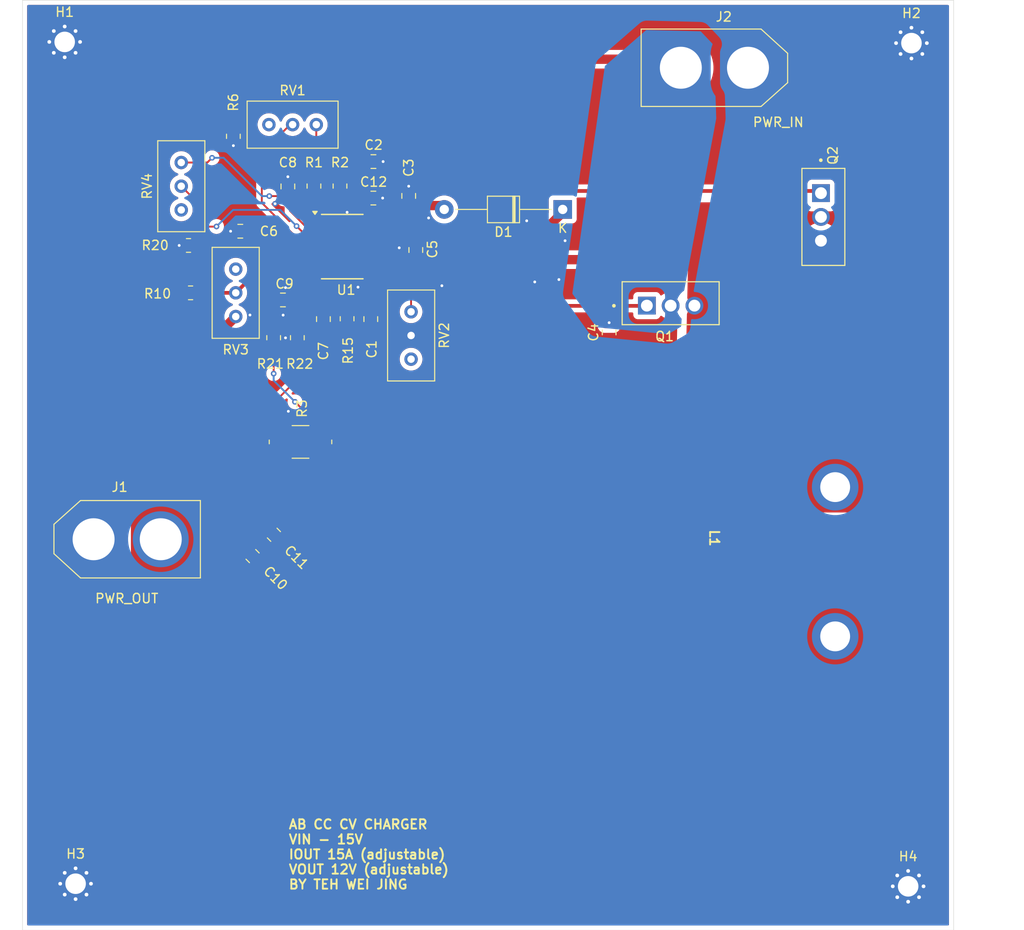
<source format=kicad_pcb>
(kicad_pcb (version 20241229) (generator "pcbnew") (generator_version "9.0")
  (layers (0 "F.Cu" signal) (2 "B.Cu" signal) (13 "F.Paste" user) (15 "B.Paste" user) (5 "F.SilkS" user "F.Silkscreen") (7 "B.SilkS" user "B.Silkscreen") (1 "F.Mask" user) (3 "B.Mask" user) (25 "Edge.Cuts" user))
  (net 0 "")
  (net 1 "Net-(D1-A)")
  (net 2 "/CBOOT")
  (net 3 "GND")
  (net 4 "Net-(J1-Pin_2)")
  (net 5 "+15V")
  (net 6 "Net-(L1-Pad2)")
  (net 7 "/SW")
  (net 8 "/HG")
  (net 9 "/LG")
  (net 10 "Net-(U1-EN{slash}UVLO)")
  (net 11 "/SENSE-")
  (net 12 "/FB")
  (net 13 "/V_REF")
  (net 14 "/V_CTRL1")
  (net 15 "/RT")
  (net 16 "Net-(U1-SS)")
  (net 17 "/V_CTRL2")
  (net 18 "Net-(U1-VC)")
  (net 19 "/SENSE+")
  (net 20 "Net-(C7-Pad2)")
  (net 21 "Net-(R22-Pad1)")
  (net 22 "Net-(R21-Pad1)")
  (net 23 "Net-(U1-GND)")
  (footprint "Resistor_SMD:R_0805_2012Metric_Pad1.20x1.40mm_HandSolder" (layer "F.Cu") (at 71.628 85.328 -90)
    (property "Reference" "R2" (at -2.524 0 180) (layer "F.SilkS"))
    (property "Value" "15k")
    (fp_line (start -0.227064 0.735) (end 0.227064 0.735) (stroke (width 0.12)) (layer "F.SilkS"))
    (fp_line (start -0.227064 -0.735) (end 0.227064 -0.735) (stroke (width 0.12)) (layer "F.SilkS"))
    (pad "1" smd roundrect (at -1 0 270) (size 1.2 1.4) (layers "F.Cu" "F.Mask" "F.Paste") (roundrect_rratio 0.208333) (net 5 "+15V"))
    (pad "2" smd roundrect (at 1 0 270) (size 1.2 1.4) (layers "F.Cu" "F.Mask" "F.Paste") (roundrect_rratio 0.208333) (net 10 "Net-(U1-EN{slash}UVLO)"))
  )
  (footprint "Capacitor_SMD:C_0805_2012Metric_Pad1.18x1.45mm_HandSolder" (layer "F.Cu") (at 79.756 92.1805 -90)
    (property "Reference" "C5" (at -0.0801 -1.778 90) (layer "F.SilkS"))
    (property "Value" "220n")
    (fp_line (start -0.261253 0.735) (end 0.261253 0.735) (stroke (width 0.12)) (layer "F.SilkS"))
    (fp_line (start -0.261253 -0.735) (end 0.261253 -0.735) (stroke (width 0.12)) (layer "F.SilkS"))
    (pad "1" smd roundrect (at -1.0375 0 270) (size 1.175 1.45) (layers "F.Cu" "F.Mask" "F.Paste") (roundrect_rratio 0.212766) (net 2 "/CBOOT"))
    (pad "2" smd roundrect (at 1.0375 0 270) (size 1.175 1.45) (layers "F.Cu" "F.Mask" "F.Paste") (roundrect_rratio 0.212766) (net 7 "/SW"))
  )
  (footprint "Capacitor_SMD:C_0805_2012Metric_Pad1.18x1.45mm_HandSolder" (layer "F.Cu") (at 60.9385 90.17)
    (property "Reference" "C6" (at 3.0695 0 180) (layer "F.SilkS"))
    (property "Value" "10n")
    (fp_line (start -0.261253 -0.735) (end 0.261253 -0.735) (stroke (width 0.12)) (layer "F.SilkS"))
    (fp_line (start -0.261253 0.735) (end 0.261253 0.735) (stroke (width 0.12)) (layer "F.SilkS"))
    (pad "1" smd roundrect (at -1.0375 0) (size 1.175 1.45) (layers "F.Cu" "F.Mask" "F.Paste") (roundrect_rratio 0.212766) (net 3 "GND"))
    (pad "2" smd roundrect (at 1.0375 0) (size 1.175 1.45) (layers "F.Cu" "F.Mask" "F.Paste") (roundrect_rratio 0.212766) (net 16 "Net-(U1-SS)"))
  )
  (footprint "Potentiometer_THT:Potentiometer_Bourns_3296W_Vertical" (layer "F.Cu") (at 54.61 82.804 90)
    (property "Reference" "RV4" (at -2.54 -3.66 90) (layer "F.SilkS"))
    (property "Value" "100k")
    (fp_line (start 2.335 -2.52) (end 2.335 2.53) (stroke (width 0.12)) (layer "F.SilkS"))
    (fp_line (start -7.415 -2.52) (end 2.335 -2.52) (stroke (width 0.12)) (layer "F.SilkS"))
    (fp_line (start -7.415 -2.52) (end -7.415 2.53) (stroke (width 0.12)) (layer "F.SilkS"))
    (fp_line (start -7.415 2.53) (end 2.335 2.53) (stroke (width 0.12)) (layer "F.SilkS"))
    (pad "1" thru_hole circle (at 0 0 90) (size 1.44 1.44) (drill 0.8) (layers "*.Cu" "*.Mask") (net 13 "/V_REF"))
    (pad "2" thru_hole circle (at -2.54 0 90) (size 1.44 1.44) (drill 0.8) (layers "*.Cu" "*.Mask") (net 17 "/V_CTRL2"))
    (pad "3" thru_hole circle (at -5.08 0 90) (size 1.44 1.44) (drill 0.8) (layers "*.Cu" "*.Mask"))
  )
  (footprint "Capacitor_SMD:C_0805_2012Metric_Pad1.18x1.45mm_HandSolder" (layer "F.Cu") (at 64.544377 122.710377 135)
    (property "Reference" "C11" (at -3.408287 0 135) (layer "F.SilkS"))
    (property "Value" "330u")
    (fp_line (start -0.261253 -0.735) (end 0.261253 -0.735) (stroke (width 0.12)) (layer "F.SilkS"))
    (fp_line (start -0.261253 0.735) (end 0.261253 0.735) (stroke (width 0.12)) (layer "F.SilkS"))
    (pad "1" smd roundrect (at -1.0375 0 135) (size 1.175 1.45) (layers "F.Cu" "F.Mask" "F.Paste") (roundrect_rratio 0.212766) (net 3 "GND"))
    (pad "2" smd roundrect (at 1.0375 0 135) (size 1.175 1.45) (layers "F.Cu" "F.Mask" "F.Paste") (roundrect_rratio 0.212766) (net 4 "Net-(J1-Pin_2)"))
  )
  (footprint "Resistor_SMD:R_0805_2012Metric_Pad1.20x1.40mm_HandSolder" (layer "F.Cu") (at 55.388 91.694 180)
    (property "Reference" "R20" (at 3.572 0.016 0) (layer "F.SilkS"))
    (property "Value" "470k")
    (fp_line (start -0.227064 0.735) (end 0.227064 0.735) (stroke (width 0.12)) (layer "F.SilkS"))
    (fp_line (start -0.227064 -0.735) (end 0.227064 -0.735) (stroke (width 0.12)) (layer "F.SilkS"))
    (pad "1" smd roundrect (at -1 0 180) (size 1.2 1.4) (layers "F.Cu" "F.Mask" "F.Paste") (roundrect_rratio 0.208333) (net 17 "/V_CTRL2"))
    (pad "2" smd roundrect (at 1 0 180) (size 1.2 1.4) (layers "F.Cu" "F.Mask" "F.Paste") (roundrect_rratio 0.208333) (net 3 "GND"))
  )
  (footprint "Connector_AMASS:AMASS_XT60-M_1x02_P7.20mm_Vertical" (layer "F.Cu") (at 115.3668 72.644 180)
    (property "Reference" "J2" (at 2.5908 5.461 0) (layer "F.SilkS"))
    (property "Value" "PWR_IN" (at -3.2512 -5.842 0) (layer "F.SilkS"))
    (fp_line (start 11.450001 4.15) (end 11.450001 -4.15) (stroke (width 0.12)) (layer "F.SilkS"))
    (fp_line (start 11.450001 -4.15) (end -1.4 -4.150001) (stroke (width 0.12)) (layer "F.SilkS"))
    (fp_line (start -1.4 4.150001) (end 11.450001 4.15) (stroke (width 0.12)) (layer "F.SilkS"))
    (fp_line (start -1.4 -4.150001) (end -4.25 -1.6) (stroke (width 0.12)) (layer "F.SilkS"))
    (fp_line (start -4.25 1.55) (end -1.4 4.150001) (stroke (width 0.12)) (layer "F.SilkS"))
    (fp_line (start -4.25 -1.6) (end -4.25 1.55) (stroke (width 0.12)) (layer "F.SilkS"))
    (pad "1" thru_hole roundrect (at 0 0 180) (size 6 6) (drill 4.5) (layers "*.Cu" "*.Mask") (net 3 "GND"))
    (pad "2" thru_hole circle (at 7.2 0 180) (size 6 6) (drill 4.5) (layers "*.Cu" "*.Mask") (net 5 "+15V"))
  )
  (footprint "Diode_THT:D_T-1_P12.70mm_Horizontal" (layer "F.Cu") (at 95.504 87.8332 180)
    (property "Reference" "D1" (at 6.35 -2.419999 0) (layer "F.SilkS"))
    (property "Value" "D_Schottky")
    (fp_line (start 11.46 0) (end 8.07 0) (stroke (width 0.12)) (layer "F.SilkS"))
    (fp_line (start 8.07 1.42) (end 8.07 -1.42) (stroke (width 0.12)) (layer "F.SilkS"))
    (fp_line (start 8.07 -1.42) (end 4.63 -1.42) (stroke (width 0.12)) (layer "F.SilkS"))
    (fp_line (start 5.35 -1.42) (end 5.35 1.42) (stroke (width 0.12)) (layer "F.SilkS"))
    (fp_line (start 5.23 -1.42) (end 5.23 1.42) (stroke (width 0.12)) (layer "F.SilkS"))
    (fp_line (start 5.11 -1.42) (end 5.11 1.42) (stroke (width 0.12)) (layer "F.SilkS"))
    (fp_line (start 4.63 1.42) (end 8.07 1.42) (stroke (width 0.12)) (layer "F.SilkS"))
    (fp_line (start 4.63 -1.42) (end 4.63 1.42) (stroke (width 0.12)) (layer "F.SilkS"))
    (fp_line (start 1.239999 0) (end 4.629999 0) (stroke (width 0.12)) (layer "F.SilkS"))
    (fp_text user "K" (at 0 -2.000001 0) (layer "F.SilkS"))
    (pad "1" thru_hole rect (at 0 0 180) (size 2 2) (drill 1) (layers "*.Cu" "*.Mask") (net 2 "/CBOOT"))
    (pad "2" thru_hole oval (at 12.7 0 180) (size 2 2) (drill 1) (layers "*.Cu" "*.Mask") (net 1 "Net-(D1-A)"))
  )
  (footprint "Potentiometer_THT:Potentiometer_Bourns_3296W_Vertical" (layer "F.Cu") (at 69.088 78.74)
    (property "Reference" "RV1" (at -2.54 -3.66 0) (layer "F.SilkS"))
    (property "Value" "100k")
    (fp_line (start -7.415 -2.52) (end -7.415 2.53) (stroke (width 0.12)) (layer "F.SilkS"))
    (fp_line (start -7.415 -2.52) (end 2.335 -2.52) (stroke (width 0.12)) (layer "F.SilkS"))
    (fp_line (start -7.415 2.53) (end 2.335 2.53) (stroke (width 0.12)) (layer "F.SilkS"))
    (fp_line (start 2.335 -2.52) (end 2.335 2.53) (stroke (width 0.12)) (layer "F.SilkS"))
    (pad "1" thru_hole circle (at 0 0) (size 1.44 1.44) (drill 0.8) (layers "*.Cu" "*.Mask") (net 5 "+15V"))
    (pad "2" thru_hole circle (at -2.54 0) (size 1.44 1.44) (drill 0.8) (layers "*.Cu" "*.Mask") (net 14 "/V_CTRL1"))
    (pad "3" thru_hole circle (at -5.08 0) (size 1.44 1.44) (drill 0.8) (layers "*.Cu" "*.Mask"))
  )
  (footprint "Capacitor_SMD:C_0805_2012Metric_Pad1.18x1.45mm_HandSolder" (layer "F.Cu") (at 78.994 86.3815 -90)
    (property "Reference" "C3" (at -3.0187 0 90) (layer "F.SilkS"))
    (property "Value" "6.8u")
    (fp_line (start -0.261253 0.735) (end 0.261253 0.735) (stroke (width 0.12)) (layer "F.SilkS"))
    (fp_line (start -0.261253 -0.735) (end 0.261253 -0.735) (stroke (width 0.12)) (layer "F.SilkS"))
    (pad "1" smd roundrect (at -1.0375 0 270) (size 1.175 1.45) (layers "F.Cu" "F.Mask" "F.Paste") (roundrect_rratio 0.212766) (net 3 "GND"))
    (pad "2" smd roundrect (at 1.0375 0 270) (size 1.175 1.45) (layers "F.Cu" "F.Mask" "F.Paste") (roundrect_rratio 0.212766) (net 1 "Net-(D1-A)"))
  )
  (footprint "Capacitor_SMD:C_0805_2012Metric_Pad1.18x1.45mm_HandSolder" (layer "F.Cu") (at 75.2055 86.614 180)
    (property "Reference" "C12" (at -0.0293 1.7272 0) (layer "F.SilkS"))
    (property "Value" "1u")
    (fp_line (start -0.261253 0.735) (end 0.261253 0.735) (stroke (width 0.12)) (layer "F.SilkS"))
    (fp_line (start -0.261253 -0.735) (end 0.261253 -0.735) (stroke (width 0.12)) (layer "F.SilkS"))
    (pad "1" smd roundrect (at -1.0375 0 180) (size 1.175 1.45) (layers "F.Cu" "F.Mask" "F.Paste") (roundrect_rratio 0.212766) (net 3 "GND"))
    (pad "2" smd roundrect (at 1.0375 0 180) (size 1.175 1.45) (layers "F.Cu" "F.Mask" "F.Paste") (roundrect_rratio 0.212766) (net 5 "+15V"))
  )
  (footprint "Package_SO:ETSSOP-20-1EP_4.4x6.5mm_P0.65mm_EP3x4.2mm" (layer "F.Cu") (at 71.87 91.818)
    (property "Reference" "U1" (at 0.4184 4.6512 0) (layer "F.SilkS"))
    (property "Value" "LT3741EUFPBF")
    (fp_line (start -2.225 -3.45) (end 2.225 -3.45) (stroke (width 0.15)) (layer "F.SilkS"))
    (fp_line (start -2.225 3.45) (end 2.225 3.45) (stroke (width 0.15)) (layer "F.SilkS"))
    (fp_poly (pts (xy -2.925 -3.45) (xy -3.165 -3.78) (xy -2.685 -3.78) (xy -2.925 -3.45)) (stroke (width 0.12)) (fill yes) (layer "F.SilkS"))
    (pad "1" smd rect (at -3 -3.1) (size 1.775 0.8) (layers "F.Cu" "F.Mask" "F.Paste") (net 10 "Net-(U1-EN{slash}UVLO)"))
    (pad "2" smd rect (at -3.1125 -2.275) (size 1.775 0.45) (layers "F.Cu" "F.Mask" "F.Paste") (net 13 "/V_REF"))
    (pad "3" smd rect (at -3.1125 -1.625) (size 1.775 0.45) (layers "F.Cu" "F.Mask" "F.Paste") (net 17 "/V_CTRL2"))
    (pad "4" smd rect (at -3.1 -0.975) (size 1.65 0.45) (layers "F.Cu" "F.Mask" "F.Paste") (net 23 "Net-(U1-GND)"))
    (pad "5" smd rect (at -3.1125 -0.325) (size 1.775 0.45) (layers "F.Cu" "F.Mask" "F.Paste") (net 14 "/V_CTRL1"))
    (pad "6" smd rect (at -3.1125 0.325) (size 1.775 0.45) (layers "F.Cu" "F.Mask" "F.Paste") (net 16 "Net-(U1-SS)"))
    (pad "7" smd rect (at -3.1125 0.975) (size 1.775 0.45) (layers "F.Cu" "F.Mask" "F.Paste") (net 12 "/FB"))
    (pad "8" smd rect (at -3.1125 1.625) (size 1.775 0.45) (layers "F.Cu" "F.Mask" "F.Paste") (net 19 "/SENSE+"))
    (pad "9" smd rect (at -3.1125 2.275) (size 1.775 0.45) (layers "F.Cu" "F.Mask" "F.Paste") (net 11 "/SENSE-"))
    (pad "10" smd rect (at -3 3.1) (size 1.775 0.8) (layers "F.Cu" "F.Mask" "F.Paste") (net 18 "Net-(U1-VC)"))
    (pad "11" smd rect (at 3 3.1) (size 1.775 0.8) (layers "F.Cu" "F.Mask" "F.Paste") (net 23 "Net-(U1-GND)"))
    (pad "12" smd rect (at 3.1125 2.275) (size 1.775 0.45) (layers "F.Cu" "F.Mask" "F.Paste") (net 15 "/RT"))
    (pad "13" smd rect (at 3.1125 1.625) (size 1.775 0.45) (layers "F.Cu" "F.Mask" "F.Paste") (net 3 "GND"))
    (pad "14" smd rect (at 3.1 0.975) (size 1.65 0.45) (layers "F.Cu" "F.Mask" "F.Paste") (net 23 "Net-(U1-GND)"))
    (pad "15" smd rect (at 3.1125 0.325) (size 1.775 0.45) (layers "F.Cu" "F.Mask" "F.Paste") (net 8 "/HG"))
    (pad "16" smd rect (at 3.1125 -0.325) (size 1.775 0.45) (layers "F.Cu" "F.Mask" "F.Paste") (net 7 "/SW"))
    (pad "17" smd rect (at 3.1125 -0.975) (size 1.775 0.45) (layers "F.Cu" "F.Mask" "F.Paste") (net 2 "/CBOOT"))
    (pad "18" smd rect (at 3.1125 -1.625) (size 1.775 0.45) (layers "F.Cu" "F.Mask" "F.Paste") (net 9 "/LG"))
    (pad "19" smd rect (at 3.1125 -2.275) (size 1.775 0.45) (layers "F.Cu" "F.Mask" "F.Paste") (net 1 "Net-(D1-A)"))
    (pad "20" smd rect (at 3 -3.1) (size 1.775 0.8) (layers "F.Cu" "F.Mask" "F.Paste") (net 5 "+15V"))
    (pad "21" smd rect (at 0 0) (size 3 4.2) (layers "F.Cu" "F.Mask" "F.Paste") (net 23 "Net-(U1-GND)"))
  )
  (footprint "MountingHole:MountingHole_2.2mm_M2_Pad_Via" (layer "F.Cu") (at 132.5372 160.4)
    (property "Reference" "H4" (at 0 -3.2 0) (layer "F.SilkS"))
    (property "Value" "MountingHole_Pad")
    (pad "1" thru_hole circle (at -1.65 0) (size 0.7 0.7) (drill 0.4) (layers "*.Cu" "*.Mask") (net 3 "GND"))
    (pad "1" thru_hole circle (at -1.166726 -1.166726) (size 0.7 0.7) (drill 0.4) (layers "*.Cu" "*.Mask") (net 3 "GND"))
    (pad "1" thru_hole circle (at -1.166726 1.166726) (size 0.7 0.7) (drill 0.4) (layers "*.Cu" "*.Mask") (net 3 "GND"))
    (pad "1" thru_hole circle (at 0 -1.65) (size 0.7 0.7) (drill 0.4) (layers "*.Cu" "*.Mask") (net 3 "GND"))
    (pad "1" thru_hole circle (at 0 0) (size 4.4 4.4) (drill 2.2) (layers "*.Cu" "*.Mask") (net 3 "GND"))
    (pad "1" thru_hole circle (at 0 1.65) (size 0.7 0.7) (drill 0.4) (layers "*.Cu" "*.Mask") (net 3 "GND"))
    (pad "1" thru_hole circle (at 1.166726 -1.166726) (size 0.7 0.7) (drill 0.4) (layers "*.Cu" "*.Mask") (net 3 "GND"))
    (pad "1" thru_hole circle (at 1.166726 1.166726) (size 0.7 0.7) (drill 0.4) (layers "*.Cu" "*.Mask") (net 3 "GND"))
    (pad "1" thru_hole circle (at 1.65 0) (size 0.7 0.7) (drill 0.4) (layers "*.Cu" "*.Mask") (net 3 "GND"))
  )
  (footprint "Resistor_SMD:R_0805_2012Metric_Pad1.20x1.40mm_HandSolder" (layer "F.Cu") (at 72.39 99.552 -90)
    (property "Reference" "R15" (at 3.4196 -0.1016 90) (layer "F.SilkS"))
    (property "Value" "47k")
    (fp_line (start -0.227064 0.735) (end 0.227064 0.735) (stroke (width 0.12)) (layer "F.SilkS"))
    (fp_line (start -0.227064 -0.735) (end 0.227064 -0.735) (stroke (width 0.12)) (layer "F.SilkS"))
    (pad "1" smd roundrect (at -1 0 270) (size 1.2 1.4) (layers "F.Cu" "F.Mask" "F.Paste") (roundrect_rratio 0.208333) (net 18 "Net-(U1-VC)"))
    (pad "2" smd roundrect (at 1 0 270) (size 1.2 1.4) (layers "F.Cu" "F.Mask" "F.Paste") (roundrect_rratio 0.208333) (net 20 "Net-(C7-Pad2)"))
  )
  (footprint "Capacitor_SMD:C_0805_2012Metric_Pad1.18x1.45mm_HandSolder" (layer "F.Cu") (at 66.04 85.3655 -90)
    (property "Reference" "C8" (at -2.5615 0 180) (layer "F.SilkS"))
    (property "Value" "2.2u")
    (fp_line (start -0.261253 0.735) (end 0.261253 0.735) (stroke (width 0.12)) (layer "F.SilkS"))
    (fp_line (start -0.261253 -0.735) (end 0.261253 -0.735) (stroke (width 0.12)) (layer "F.SilkS"))
    (pad "1" smd roundrect (at -1.0375 0 270) (size 1.175 1.45) (layers "F.Cu" "F.Mask" "F.Paste") (roundrect_rratio 0.212766) (net 3 "GND"))
    (pad "2" smd roundrect (at 1.0375 0 270) (size 1.175 1.45) (layers "F.Cu" "F.Mask" "F.Paste") (roundrect_rratio 0.212766) (net 13 "/V_REF"))
  )
  (footprint "Resistor_SMD:R_0805_2012Metric_Pad1.20x1.40mm_HandSolder" (layer "F.Cu") (at 55.61 96.774 180)
    (property "Reference" "R10" (at 3.54 -0.091 0) (layer "F.SilkS"))
    (property "Value" "1k")
    (fp_line (start -0.227064 0.735) (end 0.227064 0.735) (stroke (width 0.12)) (layer "F.SilkS"))
    (fp_line (start -0.227064 -0.735) (end 0.227064 -0.735) (stroke (width 0.12)) (layer "F.SilkS"))
    (pad "1" smd roundrect (at -1 0 180) (size 1.2 1.4) (layers "F.Cu" "F.Mask" "F.Paste") (roundrect_rratio 0.208333) (net 12 "/FB"))
    (pad "2" smd roundrect (at 1 0 180) (size 1.2 1.4) (layers "F.Cu" "F.Mask" "F.Paste") (roundrect_rratio 0.208333) (net 3 "GND"))
  )
  (footprint "Resistor_SMD:R_0805_2012Metric_Pad1.20x1.40mm_HandSolder" (layer "F.Cu") (at 67.056 101.584 90)
    (property "Reference" "R22" (at -2.81 0.254 180) (layer "F.SilkS"))
    (property "Value" "10R")
    (fp_line (start -0.227064 -0.735) (end 0.227064 -0.735) (stroke (width 0.12)) (layer "F.SilkS"))
    (fp_line (start -0.227064 0.735) (end 0.227064 0.735) (stroke (width 0.12)) (layer "F.SilkS"))
    (pad "1" smd roundrect (at -1 0 90) (size 1.2 1.4) (layers "F.Cu" "F.Mask" "F.Paste") (roundrect_rratio 0.208333) (net 21 "Net-(R22-Pad1)"))
    (pad "2" smd roundrect (at 1 0 90) (size 1.2 1.4) (layers "F.Cu" "F.Mask" "F.Paste") (roundrect_rratio 0.208333) (net 11 "/SENSE-"))
  )
  (footprint "Resistor_SMD:R_0805_2012Metric_Pad1.20x1.40mm_HandSolder" (layer "F.Cu") (at 60.198 79.994 -90)
    (property "Reference" "R6" (at -3.6416 0 90) (layer "F.SilkS"))
    (property "Value" "6.8k")
    (fp_line (start -0.227064 0.735) (end 0.227064 0.735) (stroke (width 0.12)) (layer "F.SilkS"))
    (fp_line (start -0.227064 -0.735) (end 0.227064 -0.735) (stroke (width 0.12)) (layer "F.SilkS"))
    (pad "1" smd roundrect (at -1 0 270) (size 1.2 1.4) (layers "F.Cu" "F.Mask" "F.Paste") (roundrect_rratio 0.208333) (net 14 "/V_CTRL1"))
    (pad "2" smd roundrect (at 1 0 270) (size 1.2 1.4) (layers "F.Cu" "F.Mask" "F.Paste") (roundrect_rratio 0.208333) (net 3 "GND"))
  )
  (footprint "Potentiometer_THT:Potentiometer_Bourns_3296W_Vertical" (layer "F.Cu") (at 60.452 99.314 -90)
    (property "Reference" "RV3" (at 3.556 0 180) (layer "F.SilkS"))
    (property "Value" "10k")
    (fp_line (start -7.415 2.53) (end 2.335 2.53) (stroke (width 0.12)) (layer "F.SilkS"))
    (fp_line (start -7.415 -2.52) (end -7.415 2.53) (stroke (width 0.12)) (layer "F.SilkS"))
    (fp_line (start -7.415 -2.52) (end 2.335 -2.52) (stroke (width 0.12)) (layer "F.SilkS"))
    (fp_line (start 2.335 -2.52) (end 2.335 2.53) (stroke (width 0.12)) (layer "F.SilkS"))
    (pad "1" thru_hole circle (at 0 0 270) (size 1.44 1.44) (drill 0.8) (layers "*.Cu" "*.Mask") (net 4 "Net-(J1-Pin_2)"))
    (pad "2" thru_hole circle (at -2.54 0 270) (size 1.44 1.44) (drill 0.8) (layers "*.Cu" "*.Mask") (net 12 "/FB"))
    (pad "3" thru_hole circle (at -5.08 0 270) (size 1.44 1.44) (drill 0.8) (layers "*.Cu" "*.Mask"))
  )
  (footprint "MountingHole:MountingHole_2.2mm_M2_Pad_Via" (layer "F.Cu") (at 132.891126 70.000726)
    (property "Reference" "H2" (at 0 -3.2 0) (layer "F.SilkS"))
    (property "Value" "MountingHole_Pad")
    (pad "1" thru_hole circle (at -1.65 0) (size 0.7 0.7) (drill 0.4) (layers "*.Cu" "*.Mask") (net 3 "GND"))
    (pad "1" thru_hole circle (at -1.166726 -1.166726) (size 0.7 0.7) (drill 0.4) (layers "*.Cu" "*.Mask") (net 3 "GND"))
    (pad "1" thru_hole circle (at -1.166726 1.166726) (size 0.7 0.7) (drill 0.4) (layers "*.Cu" "*.Mask") (net 3 "GND"))
    (pad "1" thru_hole circle (at 0 -1.65) (size 0.7 0.7) (drill 0.4) (layers "*.Cu" "*.Mask") (net 3 "GND"))
    (pad "1" thru_hole circle (at 0 0) (size 4.4 4.4) (drill 2.2) (layers "*.Cu" "*.Mask") (net 3 "GND"))
    (pad "1" thru_hole circle (at 0 1.65) (size 0.7 0.7) (drill 0.4) (layers "*.Cu" "*.Mask") (net 3 "GND"))
    (pad "1" thru_hole circle (at 1.166726 -1.166726) (size 0.7 0.7) (drill 0.4) (layers "*.Cu" "*.Mask") (net 3 "GND"))
    (pad "1" thru_hole circle (at 1.166726 1.166726) (size 0.7 0.7) (drill 0.4) (layers "*.Cu" "*.Mask") (net 3 "GND"))
    (pad "1" thru_hole circle (at 1.65 0) (size 0.7 0.7) (drill 0.4) (layers "*.Cu" "*.Mask") (net 3 "GND"))
  )
  (footprint "HKUST_REDBIRD_FOOTPRINT_LIB:1uH_80A_inductor" (layer "F.Cu") (at 144.714 125.101999 -90)
    (property "Reference" "L1" (at -2.038999 32.954 270) (layer "F.SilkS") (effects (font (thickness 0.2) (bold yes))))
    (property "Value" "1u")
    (pad "1" thru_hole circle (at -7.499999 20 270) (size 5 5) (drill 3.2) (layers "*.Cu" "*.Mask") (net 7 "/SW"))
    (pad "2" thru_hole circle (at 8.5 20 270) (size 5 5) (drill 3.2) (layers "*.Cu" "*.Mask") (net 6 "Net-(L1-Pad2)"))
  )
  (footprint "Capacitor_SMD:C_0805_2012Metric_Pad1.18x1.45mm_HandSolder" (layer "F.Cu") (at 65.5105 97.536)
    (property "Reference" "C9" (at 0.1739 -1.7272 180) (layer "F.SilkS"))
    (property "Value" "33n")
    (fp_line (start -0.261253 -0.735) (end 0.261253 -0.735) (stroke (width 0.12)) (layer "F.SilkS"))
    (fp_line (start -0.261253 0.735) (end 0.261253 0.735) (stroke (width 0.12)) (layer "F.SilkS"))
    (pad "1" smd roundrect (at -1.0375 0) (size 1.175 1.45) (layers "F.Cu" "F.Mask" "F.Paste") (roundrect_rratio 0.212766) (net 19 "/SENSE+"))
    (pad "2" smd roundrect (at 1.0375 0) (size 1.175 1.45) (layers "F.Cu" "F.Mask" "F.Paste") (roundrect_rratio 0.212766) (net 11 "/SENSE-"))
  )
  (footprint "HKUST_REDBIRD_FOOTPRINT_LIB:TO255P1040X460X2890-3" (layer "F.Cu") (at 104.526399 98.1456)
    (property "Reference" "Q1" (at 1.899601 3.302 0) (layer "F.SilkS"))
    (property "Value" "STP75NF75" (hide yes))
    (fp_line (start -2.65 -2.56) (end 7.75 -2.56) (stroke (width 0.127)) (layer "F.SilkS"))
    (fp_line (start -2.65 2.04) (end -2.65 -2.56) (stroke (width 0.127)) (layer "F.SilkS"))
    (fp_line (start 7.75 -2.56) (end 7.75 2.04) (stroke (width 0.127)) (layer "F.SilkS"))
    (fp_line (start 7.75 2.04) (end -2.65 2.04) (stroke (width 0.127)) (layer "F.SilkS"))
    (fp_circle (center -3.53274 0.0143) (end -3.43274 0.0143) (stroke (width 0.2)) (fill no) (layer "F.SilkS"))
    (pad "1" thru_hole rect (at 0 0) (size 1.91 1.91) (drill 1.27) (layers "*.Cu" "*.Mask") (net 8 "/HG"))
    (pad "2" thru_hole circle (at 2.55 0) (size 1.91 1.91) (drill 1.27) (layers "*.Cu" "*.Mask") (net 5 "+15V"))
    (pad "3" thru_hole circle (at 5.1 0) (size 1.91 1.91) (drill 1.27) (layers "*.Cu" "*.Mask") (net 7 "/SW"))
  )
  (footprint "MountingHole:MountingHole_2.2mm_M2_Pad_Via" (layer "F.Cu") (at 43.283274 160.119926)
    (property "Reference" "H3" (at 0 -3.2 0) (layer "F.SilkS"))
    (property "Value" "MountingHole_Pad")
    (pad "1" thru_hole circle (at -1.65 0) (size 0.7 0.7) (drill 0.4) (layers "*.Cu" "*.Mask") (net 3 "GND"))
    (pad "1" thru_hole circle (at -1.166726 -1.166726) (size 0.7 0.7) (drill 0.4) (layers "*.Cu" "*.Mask") (net 3 "GND"))
    (pad "1" thru_hole circle (at -1.166726 1.166726) (size 0.7 0.7) (drill 0.4) (layers "*.Cu" "*.Mask") (net 3 "GND"))
    (pad "1" thru_hole circle (at 0 -1.65) (size 0.7 0.7) (drill 0.4) (layers "*.Cu" "*.Mask") (net 3 "GND"))
    (pad "1" thru_hole circle (at 0 0) (size 4.4 4.4) (drill 2.2) (layers "*.Cu" "*.Mask") (net 3 "GND"))
    (pad "1" thru_hole circle (at 0 1.65) (size 0.7 0.7) (drill 0.4) (layers "*.Cu" "*.Mask") (net 3 "GND"))
    (pad "1" thru_hole circle (at 1.166726 -1.166726) (size 0.7 0.7) (drill 0.4) (layers "*.Cu" "*.Mask") (net 3 "GND"))
    (pad "1" thru_hole circle (at 1.166726 1.166726) (size 0.7 0.7) (drill 0.4) (layers "*.Cu" "*.Mask") (net 3 "GND"))
    (pad "1" thru_hole circle (at 1.65 0) (size 0.7 0.7) (drill 0.4) (layers "*.Cu" "*.Mask") (net 3 "GND"))
  )
  (footprint "Resistor_SMD:R_0805_2012Metric_Pad1.20x1.40mm_HandSolder" (layer "F.Cu") (at 64.516 101.584 90)
    (property "Reference" "R21" (at -2.81 -0.3556 180) (layer "F.SilkS"))
    (property "Value" "10R")
    (fp_line (start -0.227064 -0.735) (end 0.227064 -0.735) (stroke (width 0.12)) (layer "F.SilkS"))
    (fp_line (start -0.227064 0.735) (end 0.227064 0.735) (stroke (width 0.12)) (layer "F.SilkS"))
    (pad "1" smd roundrect (at -1 0 90) (size 1.2 1.4) (layers "F.Cu" "F.Mask" "F.Paste") (roundrect_rratio 0.208333) (net 22 "Net-(R21-Pad1)"))
    (pad "2" smd roundrect (at 1 0 90) (size 1.2 1.4) (layers "F.Cu" "F.Mask" "F.Paste") (roundrect_rratio 0.208333) (net 19 "/SENSE+"))
  )
  (footprint "MountingHole:MountingHole_2.2mm_M2_Pad_Via" (layer "F.Cu") (at 42.1132 69.8744)
    (property "Reference" "H1" (at 0 -3.2 0) (layer "F.SilkS"))
    (property "Value" "MountingHole_Pad")
    (pad "1" thru_hole circle (at -1.65 0) (size 0.7 0.7) (drill 0.4) (layers "*.Cu" "*.Mask") (net 3 "GND"))
    (pad "1" thru_hole circle (at -1.166726 -1.166726) (size 0.7 0.7) (drill 0.4) (layers "*.Cu" "*.Mask") (net 3 "GND"))
    (pad "1" thru_hole circle (at -1.166726 1.166726) (size 0.7 0.7) (drill 0.4) (layers "*.Cu" "*.Mask") (net 3 "GND"))
    (pad "1" thru_hole circle (at 0 -1.65) (size 0.7 0.7) (drill 0.4) (layers "*.Cu" "*.Mask") (net 3 "GND"))
    (pad "1" thru_hole circle (at 0 0) (size 4.4 4.4) (drill 2.2) (layers "*.Cu" "*.Mask") (net 3 "GND"))
    (pad "1" thru_hole circle (at 0 1.65) (size 0.7 0.7) (drill 0.4) (layers "*.Cu" "*.Mask") (net 3 "GND"))
    (pad "1" thru_hole circle (at 1.166726 -1.166726) (size 0.7 0.7) (drill 0.4) (layers "*.Cu" "*.Mask") (net 3 "GND"))
    (pad "1" thru_hole circle (at 1.166726 1.166726) (size 0.7 0.7) (drill 0.4) (layers "*.Cu" "*.Mask") (net 3 "GND"))
    (pad "1" thru_hole circle (at 1.65 0) (size 0.7 0.7) (drill 0.4) (layers "*.Cu" "*.Mask") (net 3 "GND"))
  )
  (footprint "Connector_AMASS:AMASS_XT60-M_1x02_P7.20mm_Vertical" (layer "F.Cu") (at 45.212 123.19)
    (property "Reference" "J1" (at 2.794 -5.588 180) (layer "F.SilkS"))
    (property "Value" "PWR_OUT" (at 3.556 6.35 0) (layer "F.SilkS"))
    (fp_line (start -4.25 -1.6) (end -4.25 1.55) (stroke (width 0.12)) (layer "F.SilkS"))
    (fp_line (start -4.25 1.55) (end -1.4 4.15) (stroke (width 0.12)) (layer "F.SilkS"))
    (fp_line (start -1.4 -4.15) (end -4.25 -1.6) (stroke (width 0.12)) (layer "F.SilkS"))
    (fp_line (start -1.4 4.15) (end 11.45 4.15) (stroke (width 0.12)) (layer "F.SilkS"))
    (fp_line (start 11.45 -4.15) (end -1.4 -4.15) (stroke (width 0.12)) (layer "F.SilkS"))
    (fp_line (start 11.45 4.15) (end 11.45 -4.15) (stroke (width 0.12)) (layer "F.SilkS"))
    (pad "1" thru_hole roundrect (at 0 0) (size 6 6) (drill 4.5) (layers "*.Cu" "*.Mask") (net 3 "GND"))
    (pad "2" thru_hole circle (at 7.2 0) (size 6 6) (drill 4.5) (layers "*.Cu" "*.Mask") (net 4 "Net-(J1-Pin_2)"))
  )
  (footprint "Capacitor_SMD:C_0805_2012Metric_Pad1.18x1.45mm_HandSolder" (layer "F.Cu") (at 100.4824 101.0119 90)
    (property "Reference" "C4" (at 0 -1.679999 90) (layer "F.SilkS"))
    (property "Value" "68u")
    (fp_line (start -0.261253 -0.735) (end 0.261253 -0.735) (stroke (width 0.12)) (layer "F.SilkS"))
    (fp_line (start -0.261253 0.735) (end 0.261253 0.735) (stroke (width 0.12)) (layer "F.SilkS"))
    (pad "1" smd roundrect (at -1.0375 0 90) (size 1.175 1.45) (layers "F.Cu" "F.Mask" "F.Paste") (roundrect_rratio 0.212766) (net 3 "GND"))
    (pad "2" smd roundrect (at 1.0375 0 90) (size 1.175 1.45) (layers "F.Cu" "F.Mask" "F.Paste") (roundrect_rratio 0.212766) (net 5 "+15V"))
  )
  (footprint "Resistor_SMD:R_0805_2012Metric_Pad1.20x1.40mm_HandSolder" (layer "F.Cu") (at 68.834 85.328 -90)
    (property "Reference" "R1" (at -2.524 0 0) (layer "F.SilkS"))
    (property "Value" "6.8k")
    (fp_line (start -0.227064 0.735) (end 0.227064 0.735) (stroke (width 0.12)) (layer "F.SilkS"))
    (fp_line (start -0.227064 -0.735) (end 0.227064 -0.735) (stroke (width 0.12)) (layer "F.SilkS"))
    (pad "1" smd roundrect (at -1 0 270) (size 1.2 1.4) (layers "F.Cu" "F.Mask" "F.Paste") (roundrect_rratio 0.208333) (net 10 "Net-(U1-EN{slash}UVLO)"))
    (pad "2" smd roundrect (at 1 0 270) (size 1.2 1.4) (layers "F.Cu" "F.Mask" "F.Paste") (roundrect_rratio 0.208333) (net 3 "GND"))
  )
  (footprint "Capacitor_SMD:C_0805_2012Metric_Pad1.18x1.45mm_HandSolder" (layer "F.Cu") (at 62.258377 124.996377 135)
    (property "Reference" "C10" (at -3.408287 0.071842 135) (layer "F.SilkS"))
    (property "Value" "330u")
    (fp_line (start -0.261253 -0.735) (end 0.261253 -0.735) (stroke (width 0.12)) (layer "F.SilkS"))
    (fp_line (start -0.261253 0.735) (end 0.261253 0.735) (stroke (width 0.12)) (layer "F.SilkS"))
    (pad "1" smd roundrect (at -1.0375 0 135) (size 1.175 1.45) (layers "F.Cu" "F.Mask" "F.Paste") (roundrect_rratio 0.212766) (net 3 "GND"))
    (pad "2" smd roundrect (at 1.0375 0 135) (size 1.175 1.45) (layers "F.Cu" "F.Mask" "F.Paste") (roundrect_rratio 0.212766) (net 4 "Net-(J1-Pin_2)"))
  )
  (footprint "Capacitor_SMD:C_0805_2012Metric_Pad1.18x1.45mm_HandSolder" (layer "F.Cu") (at 74.93 99.5895 90)
    (property "Reference" "C1" (at -3.2297 0.1016 90) (layer "F.SilkS"))
    (property "Value" "1u")
    (fp_line (start -0.261253 -0.735) (end 0.261253 -0.735) (stroke (width 0.12)) (layer "F.SilkS"))
    (fp_line (start -0.261253 0.735) (end 0.261253 0.735) (stroke (width 0.12)) (layer "F.SilkS"))
    (pad "1" smd roundrect (at -1.0375 0 90) (size 1.175 1.45) (layers "F.Cu" "F.Mask" "F.Paste") (roundrect_rratio 0.212766) (net 3 "GND"))
    (pad "2" smd roundrect (at 1.0375 0 90) (size 1.175 1.45) (layers "F.Cu" "F.Mask" "F.Paste") (roundrect_rratio 0.212766) (net 23 "Net-(U1-GND)"))
  )
  (footprint "Capacitor_SMD:C_0805_2012Metric_Pad1.18x1.45mm_HandSolder" (layer "F.Cu") (at 75.2133 82.7024 180)
    (property "Reference" "C2" (at -0.0215 1.778 0) (layer "F.SilkS"))
    (property "Value" "4.7u")
    (fp_line (start -0.261253 0.735) (end 0.261253 0.735) (stroke (width 0.12)) (layer "F.SilkS"))
    (fp_line (start -0.261253 -0.735) (end 0.261253 -0.735) (stroke (width 0.12)) (layer "F.SilkS"))
    (pad "1" smd roundrect (at -1.0375 0 180) (size 1.175 1.45) (layers "F.Cu" "F.Mask" "F.Paste") (roundrect_rratio 0.212766) (net 3 "GND"))
    (pad "2" smd roundrect (at 1.0375 0 180) (size 1.175 1.45) (layers "F.Cu" "F.Mask" "F.Paste") (roundrect_rratio 0.212766) (net 5 "+15V"))
  )
  (footprint "HKUST_REDBIRD_FOOTPRINT_LIB:TO255P1040X460X2890-3" (layer "F.Cu") (at 123.19 86.086 -90)
    (property "Reference" "Q2" (at -4.044 -1.27 90) (layer "F.SilkS"))
    (property "Value" "STP75NF75")
    (fp_line (start -2.65 2.04) (end -2.65 -2.56) (stroke (width 0.127)) (layer "F.SilkS"))
    (fp_line (start 7.75 2.04) (end -2.65 2.04) (stroke (width 0.127)) (layer "F.SilkS"))
    (fp_line (start -2.65 -2.56) (end 7.75 -2.56) (stroke (width 0.127)) (layer "F.SilkS"))
    (fp_line (start 7.75 -2.56) (end 7.75 2.04) (stroke (width 0.127)) (layer "F.SilkS"))
    (fp_circle (center -3.53274 0.0143) (end -3.43274 0.0143) (stroke (width 0.2)) (fill no) (layer "F.SilkS"))
    (pad "1" thru_hole rect (at 0 0 270) (size 1.91 1.91) (drill 1.27) (layers "*.Cu" "*.Mask") (net 9 "/LG"))
    (pad "2" thru_hole circle (at 2.55 0 270) (size 1.91 1.91) (drill 1.27) (layers "*.Cu" "*.Mask") (net 7 "/SW"))
    (pad "3" thru_hole circle (at 5.1 0 270) (size 1.91 1.91) (drill 1.27) (layers "*.Cu" "*.Mask") (net 3 "GND"))
  )
  (footprint "Potentiometer_THT:Potentiometer_Bourns_3296W_Vertical" (layer "F.Cu") (at 79.248 98.806 90)
    (property "Reference" "RV2" (at -2.54 3.556 90) (layer "F.SilkS"))
    (property "Value" "100k")
    (fp_line (start 2.335 -2.52) (end 2.335 2.53) (stroke (width 0.12)) (layer "F.SilkS"))
    (fp_line (start -7.415 -2.52) (end 2.335 -2.52) (stroke (width 0.12)) (layer "F.SilkS"))
    (fp_line (start -7.415 -2.52) (end -7.415 2.53) (stroke (width 0.12)) (layer "F.SilkS"))
    (fp_line (start -7.415 2.53) (end 2.335 2.53) (stroke (width 0.12)) (layer "F.SilkS"))
    (pad "1" thru_hole circle (at 0 0 90) (size 1.44 1.44) (drill 0.8) (layers "*.Cu" "*.Mask") (net 15 "/RT"))
    (pad "2" thru_hole circle (at -2.54 0 90) (size 1.44 1.44) (drill 0.8) (layers "*.Cu" "*.Mask") (net 3 "GND"))
    (pad "3" thru_hole circle (at -5.08 0 90) (size 1.44 1.44) (drill 0.8) (layers "*.Cu" "*.Mask"))
  )
  (footprint "Resistor_SMD:R_Shunt_Ohmite_LVK24" (layer "F.Cu") (at 67.395 112.756 90)
    (property "Reference" "R3" (at 3.576 0.169 90) (layer "F.SilkS"))
    (property "Value" "2.5mR")
    (fp_line (start 0.2 -3.35) (end -0.2 -3.35) (stroke (width 0.12)) (layer "F.SilkS"))
    (fp_line (start 1.75 -0.9) (end 1.75 0.9) (stroke (width 0.12)) (layer "F.SilkS"))
    (fp_line (start -1.75 0.9) (end -1.75 -0.9) (stroke (width 0.12)) (layer "F.SilkS"))
    (fp_line (start 0.2 3.35) (end -0.2 3.35) (stroke (width 0.12)) (layer "F.SilkS"))
    (pad "1" smd rect (at -1.25 -2.625 90) (size 1.9 3.25) (layers "F.Cu" "F.Mask" "F.Paste") (net 4 "Net-(J1-Pin_2)"))
    (pad "2" smd rect (at 1.25 -2.625 90) (size 1.9 3.25) (layers "F.Cu" "F.Mask" "F.Paste") (net 21 "Net-(R22-Pad1)"))
    (pad "3" smd rect (at 1.25 2.625 90) (size 1.9 3.25) (layers "F.Cu" "F.Mask" "F.Paste") (net 22 "Net-(R21-Pad1)"))
    (pad "4" smd rect (at -1.25 2.625 90) (size 1.9 3.25) (layers "F.Cu" "F.Mask" "F.Paste") (net 6 "Net-(L1-Pad2)"))
  )
  (footprint "Capacitor_SMD:C_0805_2012Metric_Pad1.18x1.45mm_HandSolder" (layer "F.Cu") (at 69.85 99.5895 90)
    (property "Reference" "C7" (at -3.4329 0 90) (layer "F.SilkS"))
    (property "Value" "3900p")
    (fp_line (start -0.261253 -0.735) (end 0.261253 -0.735) (stroke (width 0.12)) (layer "F.SilkS"))
    (fp_line (start -0.261253 0.735) (end 0.261253 0.735) (stroke (width 0.12)) (layer "F.SilkS"))
    (pad "1" smd roundrect (at -1.0375 0 90) (size 1.175 1.45) (layers "F.Cu" "F.Mask" "F.Paste") (roundrect_rratio 0.212766) (net 3 "GND"))
    (pad "2" smd roundrect (at 1.0375 0 90) (size 1.175 1.45) (layers "F.Cu" "F.Mask" "F.Paste") (roundrect_rratio 0.212766) (net 20 "Net-(C7-Pad2)"))
  )
  (gr_rect (start 37.592 65.405) (end 137.414 165.1) (stroke (width 0.05)) (fill no) (layer "Edge.Cuts"))
  (gr_text "AB CC CV CHARGER\nVIN - 15V\nIOUT 15A (adjustable)\nVOUT 12V (adjustable)\nBY TEH WEI JING" (at 66.04 160.782 0) (layer "F.SilkS") (effects (font (size 1 1) (thickness 0.2) (bold yes)) (justify left bottom)))
  (segment (start 77.978 87.63) (end 78.486 87.63) (width 0.4) (layer "F.Cu") (net 1))
  (segment (start 74.82 89.543) (end 76.065 89.543) (width 0.4) (layer "F.Cu") (net 1))
  (segment (start 82.931 88.011) (end 83.058 87.884) (width 1) (layer "F.Cu") (net 1))
  (segment (start 82.339 87.419) (end 82.931 88.011) (width 1) (layer "F.Cu") (net 1))
  (segment (start 78.994 87.419) (end 82.339 87.419) (width 1) (layer "F.Cu") (net 1))
  (segment (start 76.065 89.543) (end 77.978 87.63) (width 0.4) (layer "F.Cu") (net 1))
  (segment (start 77.681 91.143) (end 79.756 91.143) (width 0.4) (layer "F.Cu") (net 2))
  (segment (start 92.499 91.143) (end 95.631 88.011) (width 1) (layer "F.Cu") (net 2))
  (segment (start 77.381 90.843) (end 77.681 91.143) (width 0.4) (layer "F.Cu") (net 2))
  (segment (start 74.82 90.843) (end 77.381 90.843) (width 0.4) (layer "F.Cu") (net 2))
  (segment (start 79.756 91.143) (end 92.499 91.143) (width 1) (layer "F.Cu") (net 2))
  (segment (start 82.296 95.758) (end 78.36 95.758) (width 0.2) (layer "F.Cu") (net 3))
  (segment (start 68.834 86.328) (end 68.04 86.328) (width 0.2) (layer "F.Cu") (net 3))
  (segment (start 82.55 96.012) (end 82.296 95.758) (width 0.2) (layer "F.Cu") (net 3))
  (segment (start 68.04 86.328) (end 66.04 84.328) (width 0.2) (layer "F.Cu") (net 3))
  (segment (start 76.045 93.443) (end 74.82 93.443) (width 0.2) (layer "F.Cu") (net 3))
  (segment (start 76.243 82.7102) (end 76.2508 82.7024) (width 0.2) (layer "F.Cu") (net 3))
  (segment (start 76.243 86.614) (end 76.2 86.614) (width 0.2) (layer "F.Cu") (net 3))
  (segment (start 75.946001 86.613999) (end 75.945999 86.824997) (width 0.2) (layer "F.Cu") (net 3))
  (segment (start 78.36 95.758) (end 76.045 93.443) (width 0.2) (layer "F.Cu") (net 3))
  (via (at 82.55 96.012) (size 0.6) (drill 0.3) (layers "F.Cu" "B.Cu") (net 3))
  (via (at 59.901 90.17) (size 0.6) (drill 0.3) (layers "F.Cu" "B.Cu") (net 3))
  (via (at 76.2508 82.7024) (size 0.6) (drill 0.3) (layers "F.Cu" "B.Cu") (net 3))
  (via (at 78.994 85.344) (size 0.6) (drill 0.3) (layers "F.Cu" "B.Cu") (net 3))
  (via (at 92.5068 95.6056) (size 0.6) (drill 0.3) (layers "F.Cu" "B.Cu") (net 3))
  (via (at 95.0976 95.3516) (size 0.6) (drill 0.3) (layers "F.Cu" "B.Cu") (net 3))
  (via (at 72.39 88.138) (size 0.6) (drill 0.3) (layers "F.Cu" "B.Cu") (net 3))
  (via (at 65.532 99.1616) (size 0.6) (drill 0.3) (layers "F.Cu" "B.Cu") (net 3))
  (via (at 60.198 80.994) (size 0.6) (drill 0.3) (layers "F.Cu" "B.Cu") (net 3))
  (via (at 65.786 96.2152) (size 0.6) (drill 0.3) (layers "F.Cu" "B.Cu") (net 3))
  (via (at 66.0908 109.474) (size 0.6) (drill 0.3) (layers "F.Cu" "B.Cu") (net 3))
  (via (at 91.6432 89.0524) (size 0.6) (drill 0.3) (layers "F.Cu" "B.Cu") (net 3))
  (via (at 73.5584 96.1644) (size 0.6) (drill 0.3) (layers "F.Cu" "B.Cu") (net 3))
  (via (at 77.978 91.948) (size 0.6) (drill 0.3) (layers "F.Cu" "B.Cu") (net 3))
  (via (at 61.976 99.151) (size 0.6) (drill 0.3) (layers "F.Cu" "B.Cu") (net 3))
  (via (at 95.758 91.186) (size 0.6) (drill 0.3) (layers "F.Cu" "B.Cu") (net 3))
  (via (at 54.388 91.694) (size 0.6) (drill 0.3) (layers "F.Cu" "B.Cu") (net 3))
  (via (at 81.1276 88.7476) (size 0.6) (drill 0.3) (layers "F.Cu" "B.Cu") (net 3))
  (via (at 66.04 84.328) (size 0.6) (drill 0.3) (layers "F.Cu" "B.Cu") (net 3))
  (via (at 76.2 86.614) (size 0.6) (drill 0.3) (layers "F.Cu" "B.Cu") (net 3))
  (via (at 64.6684 87.2236) (size 0.6) (drill 0.3) (layers "F.Cu" "B.Cu") (net 3))
  (via (at 65.786 101.6) (size 0.6) (drill 0.3) (layers "F.Cu" "B.Cu") (net 3))
  (segment (start 57.15 108.712) (end 57.15 102.616) (width 1) (layer "F.Cu") (net 4))
  (segment (start 62.444 114.006) (end 64.77 114.006) (width 1) (layer "F.Cu") (net 4))
  (segment (start 57.15 102.616) (end 60.452 99.314) (width 1) (layer "F.Cu") (net 4))
  (segment (start 57.15 108.712) (end 62.444 114.006) (width 1) (layer "F.Cu") (net 4))
  (segment (start 69.088 78.481) (end 69.088 81.026) (width 0.2) (layer "F.Cu") (net 5))
  (segment (start 74.168 80.01) (end 82.4484 71.7296) (width 1) (layer "F.Cu") (net 5))
  (segment (start 74.422 88.495) (end 74.82 88.893) (width 0.4) (layer "F.Cu") (net 5))
  (segment (start 74.168 86.614) (end 74.422 86.868) (width 0.4) (layer "F.Cu") (net 5))
  (segment (start 74.422 86.868) (end 74.422 88.495) (width 0.4) (layer "F.Cu") (net 5))
  (segment (start 72.5502 84.328) (end 74.1758 82.7024) (width 0.2) (layer "F.Cu") (net 5))
  (segment (start 74.827 88.9) (end 74.82 88.893) (width 0.2) (layer "F.Cu") (net 5))
  (segment (start 74.168 86.614) (end 74.168 85.6488) (width 1) (layer "F.Cu") (net 5))
  (segment (start 71.628 84.328) (end 72.5502 84.328) (width 0.2) (layer "F.Cu") (net 5))
  (segment (start 82.4484 71.7296) (end 108.0008 71.7296) (width 1) (layer "F.Cu") (net 5))
  (segment (start 71.628 84.328) (end 71.628 83.566) (width 0.2) (layer "F.Cu") (net 5))
  (segment (start 74.168 85.6488) (end 74.168 80.01) (width 1) (layer "F.Cu") (net 5))
  (segment (start 71.628 83.566) (end 69.088 81.026) (width 0.2) (layer "F.Cu") (net 5))
  (via (at 100.4824 99.9744) (size 1) (drill 0.3) (layers "F.Cu" "B.Cu") (net 5))
  (segment (start 70.02 114.006) (end 70.064 114.006) (width 0.2) (layer "F.Cu") (net 6))
  (segment (start 124.714 133.601999) (end 124.714 133.604) (width 0.2) (layer "F.Cu") (net 6))
  (segment (start 124.714 133.604) (end 124.968 133.858) (width 0.2) (layer "F.Cu") (net 6))
  (segment (start 74.82 91.493) (end 76.55687 91.493) (width 0.4) (layer "F.Cu") (net 7))
  (segment (start 78.256636 93.218) (end 79.756 93.218) (width 0.4) (layer "F.Cu") (net 7))
  (segment (start 79.756 93.218) (end 104.14 93.218) (width 1) (layer "F.Cu") (net 7))
  (segment (start 108.712 88.646) (end 123.053 88.646) (width 1) (layer "F.Cu") (net 7))
  (segment (start 104.14 93.218) (end 108.712 88.646) (width 1) (layer "F.Cu") (net 7))
  (segment (start 76.55687 91.518234) (end 76.55687 91.493) (width 0.4) (layer "F.Cu") (net 7))
  (segment (start 123.053 88.646) (end 123.063 88.656) (width 1) (layer "F.Cu") (net 7))
  (segment (start 78.256636 93.218) (end 76.55687 91.518234) (width 0.4) (layer "F.Cu") (net 7))
  (segment (start 92.27 98.171) (end 104.500999 98.171) (width 0.4) (layer "F.Cu") (net 8))
  (segment (start 88.841 94.742) (end 92.27 98.171) (width 0.4) (layer "F.Cu") (net 8))
  (segment (start 78.74 94.742) (end 88.841 94.742) (width 0.4) (layer "F.Cu") (net 8))
  (segment (start 76.141 92.143) (end 78.74 94.742) (width 0.4) (layer "F.Cu") (net 8))
  (segment (start 74.82 92.143) (end 76.141 92.143) (width 0.4) (layer "F.Cu") (net 8))
  (segment (start 90.424 85.852) (end 122.809 85.852) (width 0.4) (layer "F.Cu") (net 9))
  (segment (start 77.3962 90.193) (end 77.6462 89.943) (width 0.4) (layer "F.Cu") (net 9))
  (segment (start 77.6462 89.943) (end 86.333 89.943) (width 0.4) (layer "F.Cu") (net 9))
  (segment (start 74.82 90.193) (end 77.3962 90.193) (width 0.4) (layer "F.Cu") (net 9))
  (segment (start 86.333 89.943) (end 90.424 85.852) (width 0.4) (layer "F.Cu") (net 9))
  (segment (start 122.809 85.852) (end 123.063 86.106) (width 0.4) (layer "F.Cu") (net 9))
  (segment (start 68.834 88.807) (end 68.92 88.893) (width 0.2) (layer "F.Cu") (net 10))
  (segment (start 68.834 84.328) (end 69.342 84.328) (width 0.2) (layer "F.Cu") (net 10))
  (segment (start 69.342 84.328) (end 71.342 86.328) (width 0.2) (layer "F.Cu") (net 10))
  (segment (start 71.342 86.328) (end 71.374 86.328) (width 0.2) (layer "F.Cu") (net 10))
  (segment (start 71.374 86.328) (end 68.92 88.782) (width 0.2) (layer "F.Cu") (net 10))
  (segment (start 68.92 88.782) (end 68.92 88.893) (width 0.2) (layer "F.Cu") (net 10))
  (segment (start 67.832 94.093) (end 66.548 95.377) (width 0.2) (layer "F.Cu") (net 11))
  (segment (start 66.548 95.377) (end 66.548 100.076) (width 0.2) (layer "F.Cu") (net 11))
  (segment (start 68.92 94.093) (end 67.832 94.093) (width 0.2) (layer "F.Cu") (net 11))
  (segment (start 66.548 100.076) (end 67.056 100.584) (width 0.2) (layer "F.Cu") (net 11))
  (segment (start 64.433 92.793) (end 68.92 92.793) (width 0.4) (layer "F.Cu") (net 12))
  (segment (start 60.452 96.774) (end 64.433 92.793) (width 0.4) (layer "F.Cu") (net 12))
  (segment (start 56.61 96.774) (end 60.452 96.774) (width 0.4) (layer "F.Cu") (net 12))
  (segment (start 67.826 89.543) (end 68.92 89.543) (width 0.2) (layer "F.Cu") (net 13))
  (segment (start 66.219 86.328) (end 66.294 86.403) (width 0.2) (layer "F.Cu") (net 13))
  (segment (start 57.912 82.296) (end 57.404 82.804) (width 0.2) (layer "F.Cu") (net 13))
  (segment (start 66.294 88.011) (end 67.826 89.543) (width 0.2) (layer "F.Cu") (net 13))
  (segment (start 57.404 82.804) (end 54.61 82.804) (width 0.2) (layer "F.Cu") (net 13))
  (segment (start 64.051 86.403) (end 66.294 86.403) (width 0.2) (layer "F.Cu") (net 13))
  (segment (start 66.294 86.403) (end 66.294 88.011) (width 0.2) (layer "F.Cu") (net 13))
  (via (at 57.912 82.296) (size 0.6) (drill 0.3) (layers "F.Cu" "B.Cu") (net 13))
  (via (at 64.051 86.403) (size 0.6) (drill 0.3) (layers "F.Cu" "B.Cu") (net 13))
  (segment (start 63.257 86.403) (end 64.051 86.403) (width 0.2) (layer "B.Cu") (net 13))
  (segment (start 59.15 82.296) (end 63.257 86.403) (width 0.2) (layer "B.Cu") (net 13))
  (segment (start 57.912 82.296) (end 59.15 82.296) (width 0.2) (layer "B.Cu") (net 13))
  (segment (start 63.246 87.122) (end 67.617 91.493) (width 0.2) (layer "F.Cu") (net 14))
  (segment (start 67.617 91.493) (end 68.92 91.493) (width 0.2) (layer "F.Cu") (net 14))
  (segment (start 64.035 80.994) (end 66.548 78.481) (width 0.2) (layer "F.Cu") (net 14))
  (segment (start 63.246 80.994) (end 63.246 87.122) (width 0.2) (layer "F.Cu") (net 14))
  (segment (start 61.246 78.994) (end 63.246 80.994) (width 0.2) (layer "F.Cu") (net 14))
  (segment (start 60.198 78.994) (end 61.246 78.994) (width 0.2) (layer "F.Cu") (net 14))
  (segment (start 63.246 80.994) (end 64.035 80.994) (width 0.2) (layer "F.Cu") (net 14))
  (segment (start 74.82 94.093) (end 75.805 94.093) (width 0.2) (layer "F.Cu") (net 15))
  (segment (start 75.805 94.093) (end 79.248 97.536) (width 0.2) (layer "F.Cu") (net 15))
  (segment (start 79.248 97.536) (end 79.248 98.806) (width 0.2) (layer "F.Cu") (net 15))
  (segment (start 67.251 92.143) (end 68.92 92.143) (width 0.2) (layer "F.Cu") (net 16))
  (segment (start 65.278 90.17) (end 67.251 92.143) (width 0.2) (layer "F.Cu") (net 16))
  (segment (start 61.976 90.17) (end 65.278 90.17) (width 0.2) (layer "F.Cu") (net 16))
  (segment (start 56.88 89.678) (end 56.388 90.17) (width 0.2) (layer "F.Cu") (net 17))
  (segment (start 66.970765 89.620235) (end 67.54353 90.193) (width 0.2) (layer "F.Cu") (net 17))
  (segment (start 58.372 89.678) (end 58.388 89.662) (width 0.2) (layer "F.Cu") (net 17))
  (segment (start 56.88 89.678) (end 56.88 87.614) (width 0.2) (layer "F.Cu") (net 17))
  (segment (start 67.54353 90.193) (end 68.92 90.193) (width 0.2) (layer "F.Cu") (net 17))
  (segment (start 56.88 89.678) (end 58.372 89.678) (width 0.2) (layer "F.Cu") (net 17))
  (segment (start 56.88 87.614) (end 55.113 85.847) (width 0.2) (layer "F.Cu") (net 17))
  (segment (start 55.113 85.847) (end 55.113 85.344) (width 0.2) (layer "F.Cu") (net 17))
  (segment (start 56.388 90.17) (end 56.388 91.98) (width 0.2) (layer "F.Cu") (net 17))
  (via (at 58.388 89.662) (size 0.6) (drill 0.3) (layers "F.Cu" "B.Cu") (net 17))
  (via (at 66.970765 89.620235) (size 0.6) (drill 0.3) (layers "F.Cu" "B.Cu") (net 17))
  (segment (start 66.970765 89.620235) (end 65.23453 87.884) (width 0.2) (layer "B.Cu") (net 17))
  (segment (start 60.166 87.884) (end 58.388 89.662) (width 0.2) (layer "B.Cu") (net 17))
  (segment (start 65.23453 87.884) (end 60.166 87.884) (width 0.2) (layer "B.Cu") (net 17))
  (segment (start 68.579 94.743) (end 68.92 94.743) (width 0.2) (layer "F.Cu") (net 18))
  (segment (start 72.39 98.208314) (end 72.561843 98.380157) (width 0.2) (layer "F.Cu") (net 18))
  (segment (start 72.39 96.774) (end 72.39 98.208314) (width 0.2) (layer "F.Cu") (net 18))
  (segment (start 68.92 94.743) (end 70.359 94.743) (width 0.2) (layer "F.Cu") (net 18))
  (segment (start 70.359 94.743) (end 72.39 96.774) (width 0.2) (layer "F.Cu") (net 18))
  (segment (start 67.55 93.443) (end 64.473 96.52) (width 0.2) (layer "F.Cu") (net 19))
  (segment (start 68.92 93.443) (end 67.55 93.443) (width 0.2) (layer "F.Cu") (net 19))
  (segment (start 64.473 96.52) (end 64.473 100.541) (width 0.2) (layer "F.Cu") (net 19))
  (segment (start 64.473 100.541) (end 64.516 100.584) (width 0.2) (layer "F.Cu") (net 19))
  (segment (start 72.39 100.552) (end 71.85 100.552) (width 0.2) (layer "F.Cu") (net 20))
  (segment (start 71.85 100.552) (end 69.85 98.552) (width 0.2) (layer "F.Cu") (net 20))
  (segment (start 67.056 102.584) (end 67.056 106.045) (width 0.2) (layer "F.Cu") (net 21))
  (segment (start 67.056 106.045) (end 64.77 108.331) (width 0.2) (layer "F.Cu") (net 21))
  (segment (start 64.77 108.331) (end 64.77 111.506) (width 0.2) (layer "F.Cu") (net 21))
  (segment (start 69.85 111.506) (end 70.02 111.506) (width 0.2) (layer "F.Cu") (net 22))
  (segment (start 64.516 105.433) (end 64.516 102.584) (width 0.2) (layer "F.Cu") (net 22))
  (segment (start 66.802 108.458) (end 69.85 111.506) (width 0.2) (layer "F.Cu") (net 22))
  (via (at 66.802 108.458) (size 0.6) (drill 0.3) (layers "F.Cu" "B.Cu") (net 22))
  (via (at 64.516 105.433) (size 0.6) (drill 0.3) (layers "F.Cu" "B.Cu") (net 22))
  (segment (start 64.516 106.172) (end 66.802 108.458) (width 0.2) (layer "B.Cu") (net 22))
  (segment (start 64.516 105.433) (end 64.516 106.172) (width 0.2) (layer "B.Cu") (net 22))
  (segment (start 71.873 91.821) (end 71.87 91.818) (width 0.2) (layer "F.Cu") (net 23))
  (segment (start 74.645 94.918) (end 73.328 94.918) (width 0.4) (layer "F.Cu") (net 23))
  (segment (start 71.87 93.46) (end 71.87 92.718) (width 0.4) (layer "F.Cu") (net 23))
  (segment (start 71.87 92.718) (end 71.755 92.837) (width 0.2) (layer "F.Cu") (net 23))
  (segment (start 74.82 94.743) (end 74.93 94.853) (width 0.2) (layer "F.Cu") (net 23))
  (segment (start 70.895 90.843) (end 71.755 91.703) (width 0.2) (layer "F.Cu") (net 23))
  (segment (start 74.82 92.793) (end 72.845 92.793) (width 0.3) (layer "F.Cu") (net 23))
  (segment (start 72.845 92.793) (end 71.87 91.818) (width 0.4) (layer "F.Cu") (net 23))
  (segment (start 68.92 90.843) (end 70.895 90.843) (width 0.4) (layer "F.Cu") (net 23))
  (segment (start 73.328 94.918) (end 71.87 93.46) (width 0.4) (layer "F.Cu") (net 23))
  (segment (start 71.755 91.821) (end 71.873 91.821) (width 0.2) (layer "F.Cu") (net 23))
  (segment (start 74.93 94.853) (end 74.93 98.552) (width 0.2) (layer "F.Cu") (net 23))
  (segment (start 71.755 91.703) (end 71.755 91.821) (width 0.2) (layer "F.Cu") (net 23))
  (zone (net 6) (net_name "Net-(L1-Pad2)") (layer "F.Cu") (priority 2) (connect_pads yes (clearance 1)) (min_thickness 0.25) (fill yes (thermal_gap 0.5) (thermal_bridge_width 0.5) (island_removal_mode 1) (island_area_min 10))
    (polygon (pts (xy 75.413607 110.124016) (xy 104.631237 125.732502) (xy 123.926953 125.936049) (xy 130.584055 128.61198) (xy 130.813742 138.938) (xy 122.235819 141.234748) (xy 100.584431 140.382575) (xy 67.739006 121.92) (xy 67.739006 114.411409) (xy 68.586847 111.135324)))
  )
  (zone (net 7) (net_name "/SW") (layer "F.Cu") (connect_pads yes (clearance 1)) (min_thickness 0.25) (fill yes (thermal_gap 0.5) (thermal_bridge_width 0.5))
    (polygon (pts (xy 109.093 87.067392) (xy 131.62386 87.118221) (xy 131.66429 106.350786) (xy 131.66429 120.320786) (xy 108.337459 120.313605)))
  )
  (zone (net 4) (net_name "Net-(J1-Pin_2)") (layer "F.Cu") (priority 2) (connect_pads yes (clearance 1)) (min_thickness 0.25) (fill yes (thermal_gap 0.5) (thermal_bridge_width 0.5) (island_removal_mode 1) (island_area_min 10))
    (polygon (pts (xy 59.573146 127.818671) (xy 56.585194 128.555389) (xy 48.768 128.27) (xy 48.997692 118.296995) (xy 56.234276 111.345541) (xy 64.455817 110.998) (xy 66.995817 113.538) (xy 66.995817 120.396)))
  )
  (zone (net 3) (net_name "GND") (layers "F.Cu" "B.Cu") (connect_pads yes (clearance 0.5)) (min_thickness 0.25) (fill yes (thermal_gap 0.5) (thermal_bridge_width 0.5) (island_removal_mode 1) (island_area_min 10))
    (polygon (pts (xy 37.743831 65.4812) (xy 137.3124 65.54855) (xy 137.3632 109.22) (xy 137.2616 164.9984) (xy 37.6936 165.0492) (xy 37.88858 109.741136)))
  )
  (zone (net 5) (net_name "+15V") (layer "B.Cu") (priority 1) (connect_pads yes (clearance 1)) (min_thickness 0.25) (fill yes (thermal_gap 0.5) (thermal_bridge_width 0.5) (island_removal_mode 1) (island_area_min 9.999999))
    (polygon (pts (xy 110.299323 68.737498) (xy 111.709966 70.227025) (xy 111.965053 78.076458) (xy 108.458 96.901) (xy 108.454829 97.138564) (xy 108.334469 98.240125) (xy 108.204 100.383828) (xy 106.787393 101.219) (xy 99.118345 100.458583) (xy 96.535404 96.859039) (xy 100.023934 72.454457) (xy 104.462103 68.593362)))
  )
)
</source>
